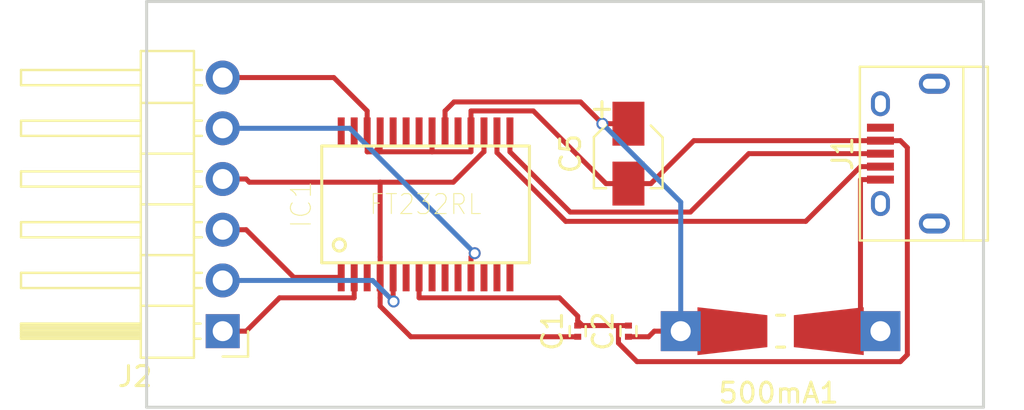
<source format=kicad_pcb>
(kicad_pcb (version 4) (host pcbnew 4.0.7)

  (general
    (links 24)
    (no_connects 0)
    (area 108.152142 72.314999 159.755 93.0738)
    (thickness 1.6)
    (drawings 4)
    (tracks 98)
    (zones 0)
    (modules 7)
    (nets 24)
  )

  (page A4)
  (layers
    (0 F.Cu signal)
    (31 B.Cu signal)
    (32 B.Adhes user)
    (33 F.Adhes user)
    (34 B.Paste user)
    (35 F.Paste user)
    (36 B.SilkS user)
    (37 F.SilkS user)
    (38 B.Mask user)
    (39 F.Mask user)
    (40 Dwgs.User user)
    (41 Cmts.User user)
    (42 Eco1.User user)
    (43 Eco2.User user)
    (44 Edge.Cuts user)
    (45 Margin user)
    (46 B.CrtYd user)
    (47 F.CrtYd user)
    (48 B.Fab user)
    (49 F.Fab user)
  )

  (setup
    (last_trace_width 0.25)
    (trace_clearance 0.2)
    (zone_clearance 0.508)
    (zone_45_only no)
    (trace_min 0.2)
    (segment_width 0.2)
    (edge_width 0.15)
    (via_size 0.6)
    (via_drill 0.4)
    (via_min_size 0.4)
    (via_min_drill 0.3)
    (uvia_size 0.3)
    (uvia_drill 0.1)
    (uvias_allowed no)
    (uvia_min_size 0.2)
    (uvia_min_drill 0.1)
    (pcb_text_width 0.3)
    (pcb_text_size 1.5 1.5)
    (mod_edge_width 0.15)
    (mod_text_size 1 1)
    (mod_text_width 0.15)
    (pad_size 1.524 1.524)
    (pad_drill 0.762)
    (pad_to_mask_clearance 0.2)
    (aux_axis_origin 0 0)
    (visible_elements 7FFFFFFF)
    (pcbplotparams
      (layerselection 0x00030_80000001)
      (usegerberextensions false)
      (excludeedgelayer true)
      (linewidth 0.100000)
      (plotframeref false)
      (viasonmask false)
      (mode 1)
      (useauxorigin false)
      (hpglpennumber 1)
      (hpglpenspeed 20)
      (hpglpendiameter 15)
      (hpglpenoverlay 2)
      (psnegative false)
      (psa4output false)
      (plotreference true)
      (plotvalue true)
      (plotinvisibletext false)
      (padsonsilk false)
      (subtractmaskfromsilk false)
      (outputformat 1)
      (mirror false)
      (drillshape 1)
      (scaleselection 1)
      (outputdirectory ""))
  )

  (net 0 "")
  (net 1 "Net-(500mA1-Pad1)")
  (net 2 "Net-(500mA1-Pad2)")
  (net 3 "Net-(C1-Pad1)")
  (net 4 Earth)
  (net 5 "Net-(IC1-Pad28)")
  (net 6 "Net-(IC1-Pad27)")
  (net 7 "Net-(IC1-Pad23)")
  (net 8 "Net-(IC1-Pad22)")
  (net 9 "Net-(IC1-Pad19)")
  (net 10 "Net-(IC1-Pad16)")
  (net 11 "Net-(IC1-Pad15)")
  (net 12 "Net-(IC1-Pad1)")
  (net 13 "Net-(IC1-Pad2)")
  (net 14 "Net-(IC1-Pad3)")
  (net 15 "Net-(IC1-Pad5)")
  (net 16 "Net-(IC1-Pad6)")
  (net 17 "Net-(IC1-Pad9)")
  (net 18 "Net-(IC1-Pad10)")
  (net 19 "Net-(IC1-Pad11)")
  (net 20 "Net-(IC1-Pad12)")
  (net 21 "Net-(IC1-Pad13)")
  (net 22 "Net-(IC1-Pad14)")
  (net 23 "Net-(J1-Pad5)")

  (net_class Default "This is the default net class."
    (clearance 0.2)
    (trace_width 0.25)
    (via_dia 0.6)
    (via_drill 0.4)
    (uvia_dia 0.3)
    (uvia_drill 0.1)
    (add_net Earth)
    (add_net "Net-(500mA1-Pad1)")
    (add_net "Net-(500mA1-Pad2)")
    (add_net "Net-(C1-Pad1)")
    (add_net "Net-(IC1-Pad1)")
    (add_net "Net-(IC1-Pad10)")
    (add_net "Net-(IC1-Pad11)")
    (add_net "Net-(IC1-Pad12)")
    (add_net "Net-(IC1-Pad13)")
    (add_net "Net-(IC1-Pad14)")
    (add_net "Net-(IC1-Pad15)")
    (add_net "Net-(IC1-Pad16)")
    (add_net "Net-(IC1-Pad19)")
    (add_net "Net-(IC1-Pad2)")
    (add_net "Net-(IC1-Pad22)")
    (add_net "Net-(IC1-Pad23)")
    (add_net "Net-(IC1-Pad27)")
    (add_net "Net-(IC1-Pad28)")
    (add_net "Net-(IC1-Pad3)")
    (add_net "Net-(IC1-Pad5)")
    (add_net "Net-(IC1-Pad6)")
    (add_net "Net-(IC1-Pad9)")
    (add_net "Net-(J1-Pad5)")
  )

  (module Resistors_Universal:Resistor_SMD+THTuniversal_0805to1206_RM10_HandSoldering (layer F.Cu) (tedit 0) (tstamp 5A8439CB)
    (at 147.32 88.9 180)
    (descr "Resistor, SMD and THT, universal, 0805 to 1206,RM10,  Hand soldering,")
    (tags "Resistor, SMD and THT, universal, 0805 to 1206, RM10, Hand soldering,")
    (path /5A8404D2)
    (fp_text reference 500mA1 (at 0.09906 -3.0988 180) (layer F.SilkS)
      (effects (font (size 1 1) (thickness 0.15)))
    )
    (fp_text value Polyfuse (at -0.39878 4.20116 180) (layer F.Fab)
      (effects (font (size 1 1) (thickness 0.15)))
    )
    (fp_line (start 0 0.8001) (end 0.20066 0.8001) (layer F.SilkS) (width 0.15))
    (fp_line (start 0 0.8001) (end -0.20066 0.8001) (layer F.SilkS) (width 0.15))
    (fp_line (start -0.09906 -0.8001) (end -0.20066 -0.8001) (layer F.SilkS) (width 0.15))
    (fp_line (start -0.20066 -0.8001) (end 0.20066 -0.8001) (layer F.SilkS) (width 0.15))
    (pad 1 smd trapezoid (at -2.413 0 180) (size 3.50012 1.99898) (rect_delta 0.39878 0 ) (layers F.Cu F.Paste F.Mask)
      (net 1 "Net-(500mA1-Pad1)"))
    (pad 2 smd trapezoid (at 2.413 0) (size 3.50012 1.99898) (rect_delta 0.39878 0 ) (layers F.Cu F.Paste F.Mask)
      (net 2 "Net-(500mA1-Pad2)"))
    (pad 1 thru_hole rect (at -5.00126 0) (size 1.99898 1.99898) (drill 1.00076) (layers *.Cu *.Mask)
      (net 1 "Net-(500mA1-Pad1)"))
    (pad 2 thru_hole rect (at 5.00126 0) (size 1.99898 1.99898) (drill 1.00076) (layers *.Cu *.Mask)
      (net 2 "Net-(500mA1-Pad2)"))
  )

  (module Capacitors_SMD:C_0201 (layer F.Cu) (tedit 58AA83DF) (tstamp 5A8439D1)
    (at 137.16 88.9 90)
    (descr "Capacitor SMD 0201, reflow soldering, AVX (see smccp.pdf)")
    (tags "capacitor 0201")
    (path /5A841482)
    (attr smd)
    (fp_text reference C1 (at 0 -1.27 90) (layer F.SilkS)
      (effects (font (size 1 1) (thickness 0.15)))
    )
    (fp_text value 0.1uF (at 0 1.27 90) (layer F.Fab)
      (effects (font (size 1 1) (thickness 0.15)))
    )
    (fp_text user %R (at 0 -1.27 90) (layer F.Fab)
      (effects (font (size 1 1) (thickness 0.15)))
    )
    (fp_line (start -0.3 0.15) (end -0.3 -0.15) (layer F.Fab) (width 0.1))
    (fp_line (start 0.3 0.15) (end -0.3 0.15) (layer F.Fab) (width 0.1))
    (fp_line (start 0.3 -0.15) (end 0.3 0.15) (layer F.Fab) (width 0.1))
    (fp_line (start -0.3 -0.15) (end 0.3 -0.15) (layer F.Fab) (width 0.1))
    (fp_line (start 0.25 0.4) (end -0.25 0.4) (layer F.SilkS) (width 0.12))
    (fp_line (start -0.25 -0.4) (end 0.25 -0.4) (layer F.SilkS) (width 0.12))
    (fp_line (start -0.58 -0.33) (end 0.58 -0.33) (layer F.CrtYd) (width 0.05))
    (fp_line (start -0.58 -0.33) (end -0.58 0.32) (layer F.CrtYd) (width 0.05))
    (fp_line (start 0.58 0.32) (end 0.58 -0.33) (layer F.CrtYd) (width 0.05))
    (fp_line (start 0.58 0.32) (end -0.58 0.32) (layer F.CrtYd) (width 0.05))
    (pad 1 smd rect (at -0.28 0 90) (size 0.3 0.35) (layers F.Cu F.Paste F.Mask)
      (net 3 "Net-(C1-Pad1)"))
    (pad 2 smd rect (at 0.28 0 90) (size 0.3 0.35) (layers F.Cu F.Paste F.Mask)
      (net 4 Earth))
    (model Capacitors_SMD.3dshapes/C_0201.wrl
      (at (xyz 0 0 0))
      (scale (xyz 1 1 1))
      (rotate (xyz 0 0 0))
    )
  )

  (module Capacitors_SMD:C_0201 (layer F.Cu) (tedit 58AA83DF) (tstamp 5A8439D7)
    (at 139.7 88.9 90)
    (descr "Capacitor SMD 0201, reflow soldering, AVX (see smccp.pdf)")
    (tags "capacitor 0201")
    (path /5A8417A4)
    (attr smd)
    (fp_text reference C2 (at 0 -1.27 90) (layer F.SilkS)
      (effects (font (size 1 1) (thickness 0.15)))
    )
    (fp_text value 0.1uF (at 0 1.27 90) (layer F.Fab)
      (effects (font (size 1 1) (thickness 0.15)))
    )
    (fp_text user %R (at 0 -1.27 90) (layer F.Fab)
      (effects (font (size 1 1) (thickness 0.15)))
    )
    (fp_line (start -0.3 0.15) (end -0.3 -0.15) (layer F.Fab) (width 0.1))
    (fp_line (start 0.3 0.15) (end -0.3 0.15) (layer F.Fab) (width 0.1))
    (fp_line (start 0.3 -0.15) (end 0.3 0.15) (layer F.Fab) (width 0.1))
    (fp_line (start -0.3 -0.15) (end 0.3 -0.15) (layer F.Fab) (width 0.1))
    (fp_line (start 0.25 0.4) (end -0.25 0.4) (layer F.SilkS) (width 0.12))
    (fp_line (start -0.25 -0.4) (end 0.25 -0.4) (layer F.SilkS) (width 0.12))
    (fp_line (start -0.58 -0.33) (end 0.58 -0.33) (layer F.CrtYd) (width 0.05))
    (fp_line (start -0.58 -0.33) (end -0.58 0.32) (layer F.CrtYd) (width 0.05))
    (fp_line (start 0.58 0.32) (end 0.58 -0.33) (layer F.CrtYd) (width 0.05))
    (fp_line (start 0.58 0.32) (end -0.58 0.32) (layer F.CrtYd) (width 0.05))
    (pad 1 smd rect (at -0.28 0 90) (size 0.3 0.35) (layers F.Cu F.Paste F.Mask)
      (net 2 "Net-(500mA1-Pad2)"))
    (pad 2 smd rect (at 0.28 0 90) (size 0.3 0.35) (layers F.Cu F.Paste F.Mask)
      (net 4 Earth))
    (model Capacitors_SMD.3dshapes/C_0201.wrl
      (at (xyz 0 0 0))
      (scale (xyz 1 1 1))
      (rotate (xyz 0 0 0))
    )
  )

  (module Capacitors_SMD:CP_Elec_3x5.3 (layer F.Cu) (tedit 58AA85CF) (tstamp 5A8439DD)
    (at 139.7 80.01 270)
    (descr "SMT capacitor, aluminium electrolytic, 3x5.3")
    (path /5A8417DF)
    (attr smd)
    (fp_text reference C5 (at 0 2.9 270) (layer F.SilkS)
      (effects (font (size 1 1) (thickness 0.15)))
    )
    (fp_text value 10uF (at -0.03 -2.9 270) (layer F.Fab)
      (effects (font (size 1 1) (thickness 0.15)))
    )
    (fp_circle (center 0 0) (end 0.3 1.5) (layer F.Fab) (width 0.1))
    (fp_text user + (at -0.94 -0.08 270) (layer F.Fab)
      (effects (font (size 1 1) (thickness 0.15)))
    )
    (fp_text user + (at -2.22 1.4 270) (layer F.SilkS)
      (effects (font (size 1 1) (thickness 0.15)))
    )
    (fp_text user %R (at 0 2.9 270) (layer F.Fab)
      (effects (font (size 1 1) (thickness 0.15)))
    )
    (fp_line (start -1.56 -0.75) (end -1.56 0.77) (layer F.Fab) (width 0.1))
    (fp_line (start -0.75 -1.56) (end -1.56 -0.75) (layer F.Fab) (width 0.1))
    (fp_line (start -0.76 1.57) (end -1.56 0.77) (layer F.Fab) (width 0.1))
    (fp_line (start 1.57 1.57) (end 1.57 -1.56) (layer F.Fab) (width 0.1))
    (fp_line (start 1.56 1.57) (end -0.76 1.57) (layer F.Fab) (width 0.1))
    (fp_line (start 1.57 -1.56) (end -0.75 -1.56) (layer F.Fab) (width 0.1))
    (fp_line (start -0.83 1.73) (end -1.44 1.12) (layer F.SilkS) (width 0.12))
    (fp_line (start 1.73 1.73) (end 1.73 1.12) (layer F.SilkS) (width 0.12))
    (fp_line (start -0.81 -1.71) (end -1.41 -1.12) (layer F.SilkS) (width 0.12))
    (fp_line (start 1.73 -1.71) (end 1.73 -1.12) (layer F.SilkS) (width 0.12))
    (fp_line (start -0.83 1.73) (end 1.71 1.73) (layer F.SilkS) (width 0.12))
    (fp_line (start 1.73 -1.71) (end -0.81 -1.71) (layer F.SilkS) (width 0.12))
    (fp_line (start -2.85 -1.82) (end 2.85 -1.82) (layer F.CrtYd) (width 0.05))
    (fp_line (start -2.85 -1.82) (end -2.85 1.82) (layer F.CrtYd) (width 0.05))
    (fp_line (start 2.85 1.82) (end 2.85 -1.82) (layer F.CrtYd) (width 0.05))
    (fp_line (start 2.85 1.82) (end -2.85 1.82) (layer F.CrtYd) (width 0.05))
    (pad 2 smd rect (at 1.5 0 270) (size 2.2 1.6) (layers F.Cu F.Paste F.Mask)
      (net 4 Earth))
    (pad 1 smd rect (at -1.5 0 270) (size 2.2 1.6) (layers F.Cu F.Paste F.Mask)
      (net 2 "Net-(500mA1-Pad2)"))
    (model Capacitors_SMD.3dshapes/CP_Elec_3x5.3.wrl
      (at (xyz 0 0 0))
      (scale (xyz 1 1 1))
      (rotate (xyz 0 0 180))
    )
  )

  (module FT232RL:SSOP28-LD (layer F.Cu) (tedit 0) (tstamp 5A8439FD)
    (at 129.54 82.55)
    (path /5A8400E6)
    (attr smd)
    (fp_text reference IC1 (at -6.23009 0 90) (layer F.SilkS)
      (effects (font (size 1.00114 1.00114) (thickness 0.05)))
    )
    (fp_text value FT232RL (at 0 0) (layer F.SilkS)
      (effects (font (size 1 0.9) (thickness 0.05)))
    )
    (fp_line (start -5.2 -2.925) (end 5.2 -2.925) (layer F.SilkS) (width 0.1524))
    (fp_line (start 5.2 -2.925) (end 5.2 2.925) (layer F.SilkS) (width 0.1524))
    (fp_line (start 5.2 2.925) (end -5.2 2.925) (layer F.SilkS) (width 0.1524))
    (fp_line (start -5.2 2.925) (end -5.2 -2.925) (layer F.SilkS) (width 0.1524))
    (fp_circle (center -4.318 2.032) (end -4.0132 2.032) (layer F.SilkS) (width 0.1524))
    (fp_poly (pts (xy -4.39528 -3.9) (xy -4.0625 -3.9) (xy -4.0625 -2.97086) (xy -4.39528 -2.97086)) (layer Dwgs.User) (width 0.381))
    (fp_poly (pts (xy -4.3925 2.9656) (xy -4.0625 2.9656) (xy -4.0625 3.90445) (xy -4.3925 3.90445)) (layer Dwgs.User) (width 0.381))
    (fp_poly (pts (xy -3.74758 2.9656) (xy -3.4125 2.9656) (xy -3.4125 3.91051) (xy -3.74758 3.91051)) (layer Dwgs.User) (width 0.381))
    (fp_poly (pts (xy -3.0911 2.9656) (xy -2.7625 2.9656) (xy -2.7625 3.90455) (xy -3.0911 3.90455)) (layer Dwgs.User) (width 0.381))
    (fp_poly (pts (xy -3.74566 -3.9) (xy -3.4125 -3.9) (xy -3.4125 -2.97207) (xy -3.74566 -2.97207)) (layer Dwgs.User) (width 0.381))
    (fp_poly (pts (xy -3.0927 -3.9) (xy -2.7625 -3.9) (xy -2.7625 -2.9706) (xy -3.0927 -2.9706)) (layer Dwgs.User) (width 0.381))
    (fp_poly (pts (xy -2.44268 -3.9) (xy -2.1125 -3.9) (xy -2.1125 -2.9719) (xy -2.44268 -2.9719)) (layer Dwgs.User) (width 0.381))
    (fp_poly (pts (xy -1.79106 -3.9) (xy -1.4625 -3.9) (xy -1.4625 -2.9715) (xy -1.79106 -2.9715)) (layer Dwgs.User) (width 0.381))
    (fp_poly (pts (xy -1.13947 -3.9) (xy -0.8125 -3.9) (xy -0.8125 -2.97074) (xy -1.13947 -2.97074)) (layer Dwgs.User) (width 0.381))
    (fp_poly (pts (xy -0.489225 -3.9) (xy -0.1625 -3.9) (xy -0.1625 -2.9761) (xy -0.489225 -2.9761)) (layer Dwgs.User) (width 0.381))
    (fp_poly (pts (xy 0.162841 -3.9) (xy 0.4875 -3.9) (xy 0.4875 -2.97183) (xy 0.162841 -2.97183)) (layer Dwgs.User) (width 0.381))
    (fp_poly (pts (xy 0.813649 -3.9) (xy 1.1375 -3.9) (xy 1.1375 -2.9698) (xy 0.813649 -2.9698)) (layer Dwgs.User) (width 0.381))
    (fp_poly (pts (xy 1.46534 -3.9) (xy 1.7875 -3.9) (xy 1.7875 -2.97136) (xy 1.46534 -2.97136)) (layer Dwgs.User) (width 0.381))
    (fp_poly (pts (xy 2.11766 -3.9) (xy 2.4375 -3.9) (xy 2.4375 -2.97284) (xy 2.11766 -2.97284)) (layer Dwgs.User) (width 0.381))
    (fp_poly (pts (xy 2.77031 -3.9) (xy 3.0875 -3.9) (xy 3.0875 -2.97399) (xy 2.77031 -2.97399)) (layer Dwgs.User) (width 0.381))
    (fp_poly (pts (xy 3.41533 -3.9) (xy 3.7375 -3.9) (xy 3.7375 -2.96806) (xy 3.41533 -2.96806)) (layer Dwgs.User) (width 0.381))
    (fp_poly (pts (xy 4.07228 -3.9) (xy 4.3875 -3.9) (xy 4.3875 -2.97274) (xy 4.07228 -2.97274)) (layer Dwgs.User) (width 0.381))
    (fp_poly (pts (xy -2.44112 2.9656) (xy -2.1125 2.9656) (xy -2.1125 3.90578) (xy -2.44112 3.90578)) (layer Dwgs.User) (width 0.381))
    (fp_poly (pts (xy -1.79033 2.9656) (xy -1.4625 2.9656) (xy -1.4625 3.90618) (xy -1.79033 3.90618)) (layer Dwgs.User) (width 0.381))
    (fp_poly (pts (xy -1.13986 2.9656) (xy -0.8125 2.9656) (xy -0.8125 3.90809) (xy -1.13986 3.90809)) (layer Dwgs.User) (width 0.381))
    (fp_poly (pts (xy -0.488926 2.9656) (xy -0.1625 2.9656) (xy -0.1625 3.91141) (xy -0.488926 3.91141)) (layer Dwgs.User) (width 0.381))
    (fp_poly (pts (xy 0.162826 2.9656) (xy 0.4875 2.9656) (xy 0.4875 3.90784) (xy 0.162826 3.90784)) (layer Dwgs.User) (width 0.381))
    (fp_poly (pts (xy 0.814154 2.9656) (xy 1.1375 2.9656) (xy 1.1375 3.90794) (xy 0.814154 3.90794)) (layer Dwgs.User) (width 0.381))
    (fp_poly (pts (xy 1.4634 2.9656) (xy 1.7875 2.9656) (xy 1.7875 3.90241) (xy 1.4634 3.90241)) (layer Dwgs.User) (width 0.381))
    (fp_poly (pts (xy 2.11666 2.9656) (xy 2.4375 2.9656) (xy 2.4375 3.90768) (xy 2.11666 3.90768)) (layer Dwgs.User) (width 0.381))
    (fp_poly (pts (xy 2.76703 2.9656) (xy 3.0875 2.9656) (xy 3.0875 3.90639) (xy 2.76703 3.90639)) (layer Dwgs.User) (width 0.381))
    (fp_poly (pts (xy 3.4135 2.9656) (xy 3.7375 2.9656) (xy 3.7375 3.90115) (xy 3.4135 3.90115)) (layer Dwgs.User) (width 0.381))
    (fp_poly (pts (xy 4.06978 2.9656) (xy 4.3875 2.9656) (xy 4.3875 3.90699) (xy 4.06978 3.90699)) (layer Dwgs.User) (width 0.381))
    (pad 28 smd rect (at -4.225 -3.656) (size 0.348 1.397) (layers F.Cu F.Paste F.Mask)
      (net 5 "Net-(IC1-Pad28)"))
    (pad 27 smd rect (at -3.575 -3.656) (size 0.348 1.397) (layers F.Cu F.Paste F.Mask)
      (net 6 "Net-(IC1-Pad27)"))
    (pad 26 smd rect (at -2.925 -3.656) (size 0.348 1.397) (layers F.Cu F.Paste F.Mask)
      (net 4 Earth))
    (pad 25 smd rect (at -2.275 -3.656) (size 0.348 1.397) (layers F.Cu F.Paste F.Mask)
      (net 4 Earth))
    (pad 24 smd rect (at -1.625 -3.656) (size 0.348 1.397) (layers F.Cu F.Paste F.Mask))
    (pad 23 smd rect (at -0.975 -3.656) (size 0.348 1.397) (layers F.Cu F.Paste F.Mask)
      (net 7 "Net-(IC1-Pad23)"))
    (pad 22 smd rect (at -0.325 -3.656) (size 0.348 1.397) (layers F.Cu F.Paste F.Mask)
      (net 8 "Net-(IC1-Pad22)"))
    (pad 20 smd rect (at 0.975 -3.656) (size 0.348 1.397) (layers F.Cu F.Paste F.Mask)
      (net 2 "Net-(500mA1-Pad2)"))
    (pad 21 smd rect (at 0.325 -3.656) (size 0.348 1.397) (layers F.Cu F.Paste F.Mask)
      (net 4 Earth))
    (pad 19 smd rect (at 1.625 -3.656) (size 0.348 1.397) (layers F.Cu F.Paste F.Mask)
      (net 9 "Net-(IC1-Pad19)"))
    (pad 18 smd rect (at 2.275 -3.656) (size 0.348 1.397) (layers F.Cu F.Paste F.Mask)
      (net 4 Earth))
    (pad 17 smd rect (at 2.925 -3.656) (size 0.348 1.397) (layers F.Cu F.Paste F.Mask)
      (net 3 "Net-(C1-Pad1)"))
    (pad 16 smd rect (at 3.575 -3.656) (size 0.348 1.397) (layers F.Cu F.Paste F.Mask)
      (net 10 "Net-(IC1-Pad16)"))
    (pad 15 smd rect (at 4.225 -3.656) (size 0.348 1.397) (layers F.Cu F.Paste F.Mask)
      (net 11 "Net-(IC1-Pad15)"))
    (pad 1 smd rect (at -4.225 3.656) (size 0.348 1.397) (layers F.Cu F.Paste F.Mask)
      (net 12 "Net-(IC1-Pad1)"))
    (pad 2 smd rect (at -3.575 3.656) (size 0.348 1.397) (layers F.Cu F.Paste F.Mask)
      (net 13 "Net-(IC1-Pad2)"))
    (pad 3 smd rect (at -2.925 3.656) (size 0.348 1.397) (layers F.Cu F.Paste F.Mask)
      (net 14 "Net-(IC1-Pad3)"))
    (pad 4 smd rect (at -2.275 3.656) (size 0.348 1.397) (layers F.Cu F.Paste F.Mask)
      (net 3 "Net-(C1-Pad1)"))
    (pad 5 smd rect (at -1.625 3.656) (size 0.348 1.397) (layers F.Cu F.Paste F.Mask)
      (net 15 "Net-(IC1-Pad5)"))
    (pad 6 smd rect (at -0.975 3.656) (size 0.348 1.397) (layers F.Cu F.Paste F.Mask)
      (net 16 "Net-(IC1-Pad6)"))
    (pad 7 smd rect (at -0.325 3.656) (size 0.348 1.397) (layers F.Cu F.Paste F.Mask)
      (net 4 Earth))
    (pad 8 smd rect (at 0.325 3.656) (size 0.348 1.397) (layers F.Cu F.Paste F.Mask))
    (pad 9 smd rect (at 0.975 3.656) (size 0.348 1.397) (layers F.Cu F.Paste F.Mask)
      (net 17 "Net-(IC1-Pad9)"))
    (pad 10 smd rect (at 1.625 3.656) (size 0.348 1.397) (layers F.Cu F.Paste F.Mask)
      (net 18 "Net-(IC1-Pad10)"))
    (pad 11 smd rect (at 2.275 3.656) (size 0.348 1.397) (layers F.Cu F.Paste F.Mask)
      (net 19 "Net-(IC1-Pad11)"))
    (pad 12 smd rect (at 2.925 3.656) (size 0.348 1.397) (layers F.Cu F.Paste F.Mask)
      (net 20 "Net-(IC1-Pad12)"))
    (pad 13 smd rect (at 3.575 3.656) (size 0.348 1.397) (layers F.Cu F.Paste F.Mask)
      (net 21 "Net-(IC1-Pad13)"))
    (pad 14 smd rect (at 4.225 3.656) (size 0.348 1.397) (layers F.Cu F.Paste F.Mask)
      (net 22 "Net-(IC1-Pad14)"))
  )

  (module Connectors:USB_Micro-B (layer F.Cu) (tedit 5543E447) (tstamp 5A843A0A)
    (at 153.67 80.01 90)
    (descr "Micro USB Type B Receptacle")
    (tags "USB USB_B USB_micro USB_OTG")
    (path /5A8406CE)
    (attr smd)
    (fp_text reference J1 (at 0 -3.24 90) (layer F.SilkS)
      (effects (font (size 1 1) (thickness 0.15)))
    )
    (fp_text value USB_A (at 0 5.01 90) (layer F.Fab)
      (effects (font (size 1 1) (thickness 0.15)))
    )
    (fp_line (start -4.6 -2.59) (end 4.6 -2.59) (layer F.CrtYd) (width 0.05))
    (fp_line (start 4.6 -2.59) (end 4.6 4.26) (layer F.CrtYd) (width 0.05))
    (fp_line (start 4.6 4.26) (end -4.6 4.26) (layer F.CrtYd) (width 0.05))
    (fp_line (start -4.6 4.26) (end -4.6 -2.59) (layer F.CrtYd) (width 0.05))
    (fp_line (start -4.35 4.03) (end 4.35 4.03) (layer F.SilkS) (width 0.12))
    (fp_line (start -4.35 -2.38) (end 4.35 -2.38) (layer F.SilkS) (width 0.12))
    (fp_line (start 4.35 -2.38) (end 4.35 4.03) (layer F.SilkS) (width 0.12))
    (fp_line (start 4.35 2.8) (end -4.35 2.8) (layer F.SilkS) (width 0.12))
    (fp_line (start -4.35 4.03) (end -4.35 -2.38) (layer F.SilkS) (width 0.12))
    (pad 1 smd rect (at -1.3 -1.35 180) (size 1.35 0.4) (layers F.Cu F.Paste F.Mask)
      (net 1 "Net-(500mA1-Pad1)"))
    (pad 2 smd rect (at -0.65 -1.35 180) (size 1.35 0.4) (layers F.Cu F.Paste F.Mask)
      (net 10 "Net-(IC1-Pad16)"))
    (pad 3 smd rect (at 0 -1.35 180) (size 1.35 0.4) (layers F.Cu F.Paste F.Mask)
      (net 11 "Net-(IC1-Pad15)"))
    (pad 4 smd rect (at 0.65 -1.35 180) (size 1.35 0.4) (layers F.Cu F.Paste F.Mask)
      (net 4 Earth))
    (pad 5 smd rect (at 1.3 -1.35 180) (size 1.35 0.4) (layers F.Cu F.Paste F.Mask)
      (net 23 "Net-(J1-Pad5)"))
    (pad 6 thru_hole oval (at -2.5 -1.35 180) (size 0.95 1.25) (drill oval 0.55 0.85) (layers *.Cu *.Mask))
    (pad 6 thru_hole oval (at 2.5 -1.35 180) (size 0.95 1.25) (drill oval 0.55 0.85) (layers *.Cu *.Mask))
    (pad 6 thru_hole oval (at -3.5 1.35 180) (size 1.55 1) (drill oval 1.15 0.5) (layers *.Cu *.Mask))
    (pad 6 thru_hole oval (at 3.5 1.35 180) (size 1.55 1) (drill oval 1.15 0.5) (layers *.Cu *.Mask))
  )

  (module Pin_Headers:Pin_Header_Angled_1x06_Pitch2.54mm (layer F.Cu) (tedit 59650532) (tstamp 5A843C9A)
    (at 119.38 88.9 180)
    (descr "Through hole angled pin header, 1x06, 2.54mm pitch, 6mm pin length, single row")
    (tags "Through hole angled pin header THT 1x06 2.54mm single row")
    (path /5A843BC3)
    (fp_text reference J2 (at 4.385 -2.27 180) (layer F.SilkS)
      (effects (font (size 1 1) (thickness 0.15)))
    )
    (fp_text value Conn_01x06_Male (at 4.385 14.97 180) (layer F.Fab)
      (effects (font (size 1 1) (thickness 0.15)))
    )
    (fp_line (start 2.135 -1.27) (end 4.04 -1.27) (layer F.Fab) (width 0.1))
    (fp_line (start 4.04 -1.27) (end 4.04 13.97) (layer F.Fab) (width 0.1))
    (fp_line (start 4.04 13.97) (end 1.5 13.97) (layer F.Fab) (width 0.1))
    (fp_line (start 1.5 13.97) (end 1.5 -0.635) (layer F.Fab) (width 0.1))
    (fp_line (start 1.5 -0.635) (end 2.135 -1.27) (layer F.Fab) (width 0.1))
    (fp_line (start -0.32 -0.32) (end 1.5 -0.32) (layer F.Fab) (width 0.1))
    (fp_line (start -0.32 -0.32) (end -0.32 0.32) (layer F.Fab) (width 0.1))
    (fp_line (start -0.32 0.32) (end 1.5 0.32) (layer F.Fab) (width 0.1))
    (fp_line (start 4.04 -0.32) (end 10.04 -0.32) (layer F.Fab) (width 0.1))
    (fp_line (start 10.04 -0.32) (end 10.04 0.32) (layer F.Fab) (width 0.1))
    (fp_line (start 4.04 0.32) (end 10.04 0.32) (layer F.Fab) (width 0.1))
    (fp_line (start -0.32 2.22) (end 1.5 2.22) (layer F.Fab) (width 0.1))
    (fp_line (start -0.32 2.22) (end -0.32 2.86) (layer F.Fab) (width 0.1))
    (fp_line (start -0.32 2.86) (end 1.5 2.86) (layer F.Fab) (width 0.1))
    (fp_line (start 4.04 2.22) (end 10.04 2.22) (layer F.Fab) (width 0.1))
    (fp_line (start 10.04 2.22) (end 10.04 2.86) (layer F.Fab) (width 0.1))
    (fp_line (start 4.04 2.86) (end 10.04 2.86) (layer F.Fab) (width 0.1))
    (fp_line (start -0.32 4.76) (end 1.5 4.76) (layer F.Fab) (width 0.1))
    (fp_line (start -0.32 4.76) (end -0.32 5.4) (layer F.Fab) (width 0.1))
    (fp_line (start -0.32 5.4) (end 1.5 5.4) (layer F.Fab) (width 0.1))
    (fp_line (start 4.04 4.76) (end 10.04 4.76) (layer F.Fab) (width 0.1))
    (fp_line (start 10.04 4.76) (end 10.04 5.4) (layer F.Fab) (width 0.1))
    (fp_line (start 4.04 5.4) (end 10.04 5.4) (layer F.Fab) (width 0.1))
    (fp_line (start -0.32 7.3) (end 1.5 7.3) (layer F.Fab) (width 0.1))
    (fp_line (start -0.32 7.3) (end -0.32 7.94) (layer F.Fab) (width 0.1))
    (fp_line (start -0.32 7.94) (end 1.5 7.94) (layer F.Fab) (width 0.1))
    (fp_line (start 4.04 7.3) (end 10.04 7.3) (layer F.Fab) (width 0.1))
    (fp_line (start 10.04 7.3) (end 10.04 7.94) (layer F.Fab) (width 0.1))
    (fp_line (start 4.04 7.94) (end 10.04 7.94) (layer F.Fab) (width 0.1))
    (fp_line (start -0.32 9.84) (end 1.5 9.84) (layer F.Fab) (width 0.1))
    (fp_line (start -0.32 9.84) (end -0.32 10.48) (layer F.Fab) (width 0.1))
    (fp_line (start -0.32 10.48) (end 1.5 10.48) (layer F.Fab) (width 0.1))
    (fp_line (start 4.04 9.84) (end 10.04 9.84) (layer F.Fab) (width 0.1))
    (fp_line (start 10.04 9.84) (end 10.04 10.48) (layer F.Fab) (width 0.1))
    (fp_line (start 4.04 10.48) (end 10.04 10.48) (layer F.Fab) (width 0.1))
    (fp_line (start -0.32 12.38) (end 1.5 12.38) (layer F.Fab) (width 0.1))
    (fp_line (start -0.32 12.38) (end -0.32 13.02) (layer F.Fab) (width 0.1))
    (fp_line (start -0.32 13.02) (end 1.5 13.02) (layer F.Fab) (width 0.1))
    (fp_line (start 4.04 12.38) (end 10.04 12.38) (layer F.Fab) (width 0.1))
    (fp_line (start 10.04 12.38) (end 10.04 13.02) (layer F.Fab) (width 0.1))
    (fp_line (start 4.04 13.02) (end 10.04 13.02) (layer F.Fab) (width 0.1))
    (fp_line (start 1.44 -1.33) (end 1.44 14.03) (layer F.SilkS) (width 0.12))
    (fp_line (start 1.44 14.03) (end 4.1 14.03) (layer F.SilkS) (width 0.12))
    (fp_line (start 4.1 14.03) (end 4.1 -1.33) (layer F.SilkS) (width 0.12))
    (fp_line (start 4.1 -1.33) (end 1.44 -1.33) (layer F.SilkS) (width 0.12))
    (fp_line (start 4.1 -0.38) (end 10.1 -0.38) (layer F.SilkS) (width 0.12))
    (fp_line (start 10.1 -0.38) (end 10.1 0.38) (layer F.SilkS) (width 0.12))
    (fp_line (start 10.1 0.38) (end 4.1 0.38) (layer F.SilkS) (width 0.12))
    (fp_line (start 4.1 -0.32) (end 10.1 -0.32) (layer F.SilkS) (width 0.12))
    (fp_line (start 4.1 -0.2) (end 10.1 -0.2) (layer F.SilkS) (width 0.12))
    (fp_line (start 4.1 -0.08) (end 10.1 -0.08) (layer F.SilkS) (width 0.12))
    (fp_line (start 4.1 0.04) (end 10.1 0.04) (layer F.SilkS) (width 0.12))
    (fp_line (start 4.1 0.16) (end 10.1 0.16) (layer F.SilkS) (width 0.12))
    (fp_line (start 4.1 0.28) (end 10.1 0.28) (layer F.SilkS) (width 0.12))
    (fp_line (start 1.11 -0.38) (end 1.44 -0.38) (layer F.SilkS) (width 0.12))
    (fp_line (start 1.11 0.38) (end 1.44 0.38) (layer F.SilkS) (width 0.12))
    (fp_line (start 1.44 1.27) (end 4.1 1.27) (layer F.SilkS) (width 0.12))
    (fp_line (start 4.1 2.16) (end 10.1 2.16) (layer F.SilkS) (width 0.12))
    (fp_line (start 10.1 2.16) (end 10.1 2.92) (layer F.SilkS) (width 0.12))
    (fp_line (start 10.1 2.92) (end 4.1 2.92) (layer F.SilkS) (width 0.12))
    (fp_line (start 1.042929 2.16) (end 1.44 2.16) (layer F.SilkS) (width 0.12))
    (fp_line (start 1.042929 2.92) (end 1.44 2.92) (layer F.SilkS) (width 0.12))
    (fp_line (start 1.44 3.81) (end 4.1 3.81) (layer F.SilkS) (width 0.12))
    (fp_line (start 4.1 4.7) (end 10.1 4.7) (layer F.SilkS) (width 0.12))
    (fp_line (start 10.1 4.7) (end 10.1 5.46) (layer F.SilkS) (width 0.12))
    (fp_line (start 10.1 5.46) (end 4.1 5.46) (layer F.SilkS) (width 0.12))
    (fp_line (start 1.042929 4.7) (end 1.44 4.7) (layer F.SilkS) (width 0.12))
    (fp_line (start 1.042929 5.46) (end 1.44 5.46) (layer F.SilkS) (width 0.12))
    (fp_line (start 1.44 6.35) (end 4.1 6.35) (layer F.SilkS) (width 0.12))
    (fp_line (start 4.1 7.24) (end 10.1 7.24) (layer F.SilkS) (width 0.12))
    (fp_line (start 10.1 7.24) (end 10.1 8) (layer F.SilkS) (width 0.12))
    (fp_line (start 10.1 8) (end 4.1 8) (layer F.SilkS) (width 0.12))
    (fp_line (start 1.042929 7.24) (end 1.44 7.24) (layer F.SilkS) (width 0.12))
    (fp_line (start 1.042929 8) (end 1.44 8) (layer F.SilkS) (width 0.12))
    (fp_line (start 1.44 8.89) (end 4.1 8.89) (layer F.SilkS) (width 0.12))
    (fp_line (start 4.1 9.78) (end 10.1 9.78) (layer F.SilkS) (width 0.12))
    (fp_line (start 10.1 9.78) (end 10.1 10.54) (layer F.SilkS) (width 0.12))
    (fp_line (start 10.1 10.54) (end 4.1 10.54) (layer F.SilkS) (width 0.12))
    (fp_line (start 1.042929 9.78) (end 1.44 9.78) (layer F.SilkS) (width 0.12))
    (fp_line (start 1.042929 10.54) (end 1.44 10.54) (layer F.SilkS) (width 0.12))
    (fp_line (start 1.44 11.43) (end 4.1 11.43) (layer F.SilkS) (width 0.12))
    (fp_line (start 4.1 12.32) (end 10.1 12.32) (layer F.SilkS) (width 0.12))
    (fp_line (start 10.1 12.32) (end 10.1 13.08) (layer F.SilkS) (width 0.12))
    (fp_line (start 10.1 13.08) (end 4.1 13.08) (layer F.SilkS) (width 0.12))
    (fp_line (start 1.042929 12.32) (end 1.44 12.32) (layer F.SilkS) (width 0.12))
    (fp_line (start 1.042929 13.08) (end 1.44 13.08) (layer F.SilkS) (width 0.12))
    (fp_line (start -1.27 0) (end -1.27 -1.27) (layer F.SilkS) (width 0.12))
    (fp_line (start -1.27 -1.27) (end 0 -1.27) (layer F.SilkS) (width 0.12))
    (fp_line (start -1.8 -1.8) (end -1.8 14.5) (layer F.CrtYd) (width 0.05))
    (fp_line (start -1.8 14.5) (end 10.55 14.5) (layer F.CrtYd) (width 0.05))
    (fp_line (start 10.55 14.5) (end 10.55 -1.8) (layer F.CrtYd) (width 0.05))
    (fp_line (start 10.55 -1.8) (end -1.8 -1.8) (layer F.CrtYd) (width 0.05))
    (fp_text user %R (at 2.77 6.35 270) (layer F.Fab)
      (effects (font (size 1 1) (thickness 0.15)))
    )
    (pad 1 thru_hole rect (at 0 0 180) (size 1.7 1.7) (drill 1) (layers *.Cu *.Mask)
      (net 13 "Net-(IC1-Pad2)"))
    (pad 2 thru_hole oval (at 0 2.54 180) (size 1.7 1.7) (drill 1) (layers *.Cu *.Mask)
      (net 15 "Net-(IC1-Pad5)"))
    (pad 3 thru_hole oval (at 0 5.08 180) (size 1.7 1.7) (drill 1) (layers *.Cu *.Mask)
      (net 12 "Net-(IC1-Pad1)"))
    (pad 4 thru_hole oval (at 0 7.62 180) (size 1.7 1.7) (drill 1) (layers *.Cu *.Mask)
      (net 3 "Net-(C1-Pad1)"))
    (pad 5 thru_hole oval (at 0 10.16 180) (size 1.7 1.7) (drill 1) (layers *.Cu *.Mask)
      (net 19 "Net-(IC1-Pad11)"))
    (pad 6 thru_hole oval (at 0 12.7 180) (size 1.7 1.7) (drill 1) (layers *.Cu *.Mask)
      (net 4 Earth))
    (model ${KISYS3DMOD}/Pin_Headers.3dshapes/Pin_Header_Angled_1x06_Pitch2.54mm.wrl
      (at (xyz 0 0 0))
      (scale (xyz 1 1 1))
      (rotate (xyz 0 0 0))
    )
  )

  (gr_line (start 115.57 92.71) (end 115.57 72.39) (angle 90) (layer Edge.Cuts) (width 0.15))
  (gr_line (start 157.48 92.71) (end 115.57 92.71) (angle 90) (layer Edge.Cuts) (width 0.15))
  (gr_line (start 157.48 72.39) (end 157.48 92.71) (angle 90) (layer Edge.Cuts) (width 0.15))
  (gr_line (start 115.57 72.39) (end 157.48 72.39) (angle 90) (layer Edge.Cuts) (width 0.15))

  (segment (start 152.3213 88.9) (end 152.3213 88.2376) (width 0.25) (layer F.Cu) (net 1))
  (segment (start 152.32 81.31) (end 151.3197 81.31) (width 0.25) (layer F.Cu) (net 1))
  (segment (start 151.3197 81.31) (end 151.3197 88.2376) (width 0.25) (layer F.Cu) (net 1))
  (segment (start 152.3213 88.2376) (end 151.3197 88.2376) (width 0.25) (layer F.Cu) (net 1))
  (segment (start 150.3954 88.2376) (end 149.733 88.9) (width 0.25) (layer F.Cu) (net 1))
  (segment (start 151.3197 88.2376) (end 150.3954 88.2376) (width 0.25) (layer F.Cu) (net 1))
  (via (at 138.3938 78.51) (size 0.6) (layers F.Cu B.Cu) (net 2))
  (segment (start 130.515 78.894) (end 130.515 77.8702) (width 0.25) (layer F.Cu) (net 2))
  (segment (start 139.7 78.51) (end 138.6873 78.51) (width 0.25) (layer F.Cu) (net 2) (status 10))
  (segment (start 142.3187 82.4349) (end 138.3938 78.51) (width 0.25) (layer B.Cu) (net 2))
  (segment (start 142.3187 88.9) (end 142.3187 82.4349) (width 0.25) (layer B.Cu) (net 2))
  (segment (start 138.6873 78.51) (end 138.3938 78.51) (width 0.25) (layer F.Cu) (net 2))
  (segment (start 142.3187 88.9) (end 144.907 88.9) (width 0.25) (layer F.Cu) (net 2))
  (segment (start 140.7139 89.18) (end 139.7 89.18) (width 0.25) (layer F.Cu) (net 2))
  (segment (start 140.9939 88.9) (end 140.7139 89.18) (width 0.25) (layer F.Cu) (net 2))
  (segment (start 142.3187 88.9) (end 140.9939 88.9) (width 0.25) (layer F.Cu) (net 2))
  (segment (start 130.9654 77.4198) (end 130.515 77.8702) (width 0.25) (layer F.Cu) (net 2))
  (segment (start 137.3036 77.4198) (end 130.9654 77.4198) (width 0.25) (layer F.Cu) (net 2))
  (segment (start 138.3938 78.51) (end 137.3036 77.4198) (width 0.25) (layer F.Cu) (net 2))
  (segment (start 119.38 81.28) (end 120.5553 81.28) (width 0.25) (layer F.Cu) (net 3))
  (segment (start 127.265 85.8067) (end 127.265 85.1822) (width 0.25) (layer F.Cu) (net 3))
  (segment (start 127.265 85.8067) (end 127.265 86.206) (width 0.25) (layer F.Cu) (net 3))
  (segment (start 127.265 86.206) (end 127.265 87.2298) (width 0.25) (layer F.Cu) (net 3))
  (segment (start 127.265 81.4393) (end 127.265 85.1822) (width 0.25) (layer F.Cu) (net 3))
  (segment (start 120.7146 81.4393) (end 120.5553 81.28) (width 0.25) (layer F.Cu) (net 3))
  (segment (start 127.265 81.4393) (end 120.7146 81.4393) (width 0.25) (layer F.Cu) (net 3))
  (segment (start 132.465 78.894) (end 132.465 79.9178) (width 0.25) (layer F.Cu) (net 3))
  (segment (start 132.4518 79.9178) (end 132.465 79.9178) (width 0.25) (layer F.Cu) (net 3))
  (segment (start 132.4518 79.9179) (end 132.4518 79.9178) (width 0.25) (layer F.Cu) (net 3))
  (segment (start 130.9304 81.4393) (end 132.4518 79.9179) (width 0.25) (layer F.Cu) (net 3))
  (segment (start 127.265 81.4393) (end 130.9304 81.4393) (width 0.25) (layer F.Cu) (net 3))
  (segment (start 128.8004 89.18) (end 137.16 89.18) (width 0.25) (layer F.Cu) (net 3) (status 20))
  (segment (start 127.265 87.6446) (end 128.8004 89.18) (width 0.25) (layer F.Cu) (net 3))
  (segment (start 127.265 87.2298) (end 127.265 87.6446) (width 0.25) (layer F.Cu) (net 3))
  (segment (start 124.9448 76.2) (end 126.615 77.8702) (width 0.25) (layer F.Cu) (net 4))
  (segment (start 119.38 76.2) (end 124.9448 76.2) (width 0.25) (layer F.Cu) (net 4))
  (segment (start 126.615 78.894) (end 126.615 77.8702) (width 0.25) (layer F.Cu) (net 4))
  (segment (start 129.865 78.894) (end 129.865 79.8052) (width 0.25) (layer F.Cu) (net 4))
  (segment (start 127.265 78.894) (end 127.265 79.4059) (width 0.25) (layer F.Cu) (net 4))
  (segment (start 126.615 78.894) (end 126.615 79.9178) (width 0.25) (layer F.Cu) (net 4))
  (segment (start 127.265 79.6423) (end 127.265 79.9178) (width 0.25) (layer F.Cu) (net 4))
  (segment (start 127.265 79.4059) (end 127.265 79.6423) (width 0.25) (layer F.Cu) (net 4))
  (segment (start 126.9895 79.9178) (end 126.615 79.9178) (width 0.25) (layer F.Cu) (net 4))
  (segment (start 127.265 79.6423) (end 126.9895 79.9178) (width 0.25) (layer F.Cu) (net 4))
  (segment (start 139.7 81.51) (end 140.8253 81.51) (width 0.25) (layer F.Cu) (net 4) (status 10))
  (segment (start 136.2451 87.2298) (end 137.16 88.1447) (width 0.25) (layer F.Cu) (net 4))
  (segment (start 129.215 87.2298) (end 136.2451 87.2298) (width 0.25) (layer F.Cu) (net 4))
  (segment (start 129.215 86.206) (end 129.215 87.2298) (width 0.25) (layer F.Cu) (net 4))
  (segment (start 137.16 88.62) (end 137.16 88.3823) (width 0.25) (layer F.Cu) (net 4) (status 10))
  (segment (start 137.16 88.3823) (end 137.16 88.1447) (width 0.25) (layer F.Cu) (net 4))
  (segment (start 139.7 88.62) (end 139.1997 88.62) (width 0.25) (layer F.Cu) (net 4))
  (segment (start 142.9753 79.36) (end 152.32 79.36) (width 0.25) (layer F.Cu) (net 4))
  (segment (start 140.8253 81.51) (end 142.9753 79.36) (width 0.25) (layer F.Cu) (net 4))
  (segment (start 137.3977 88.62) (end 137.16 88.3823) (width 0.25) (layer F.Cu) (net 4))
  (segment (start 139.1997 88.62) (end 137.3977 88.62) (width 0.25) (layer F.Cu) (net 4))
  (segment (start 152.32 79.36) (end 153.3203 79.36) (width 0.25) (layer F.Cu) (net 4))
  (segment (start 139.1997 89.4969) (end 139.1997 88.62) (width 0.25) (layer F.Cu) (net 4))
  (segment (start 140.129 90.4262) (end 139.1997 89.4969) (width 0.25) (layer F.Cu) (net 4))
  (segment (start 153.317 90.4262) (end 140.129 90.4262) (width 0.25) (layer F.Cu) (net 4))
  (segment (start 153.6673 90.0759) (end 153.317 90.4262) (width 0.25) (layer F.Cu) (net 4))
  (segment (start 153.6673 79.707) (end 153.6673 90.0759) (width 0.25) (layer F.Cu) (net 4))
  (segment (start 153.3203 79.36) (end 153.6673 79.707) (width 0.25) (layer F.Cu) (net 4))
  (segment (start 134.9349 77.8702) (end 138.5747 81.51) (width 0.25) (layer F.Cu) (net 4))
  (segment (start 131.815 77.8702) (end 134.9349 77.8702) (width 0.25) (layer F.Cu) (net 4))
  (segment (start 131.815 78.894) (end 131.815 77.8702) (width 0.25) (layer F.Cu) (net 4))
  (segment (start 139.7 81.51) (end 138.5747 81.51) (width 0.25) (layer F.Cu) (net 4) (status 10))
  (segment (start 129.865 79.9178) (end 127.265 79.9178) (width 0.25) (layer F.Cu) (net 4))
  (segment (start 129.865 79.8052) (end 129.865 79.9178) (width 0.25) (layer F.Cu) (net 4))
  (segment (start 129.865 79.9178) (end 131.815 79.9178) (width 0.25) (layer F.Cu) (net 4))
  (segment (start 131.815 78.894) (end 131.815 79.9178) (width 0.25) (layer F.Cu) (net 4))
  (segment (start 133.115 79.9571) (end 133.115 78.894) (width 0.25) (layer F.Cu) (net 10))
  (segment (start 136.5583 83.4004) (end 133.115 79.9571) (width 0.25) (layer F.Cu) (net 10))
  (segment (start 148.5792 83.4004) (end 136.5583 83.4004) (width 0.25) (layer F.Cu) (net 10))
  (segment (start 151.3196 80.66) (end 148.5792 83.4004) (width 0.25) (layer F.Cu) (net 10))
  (segment (start 152.32 80.66) (end 151.3196 80.66) (width 0.25) (layer F.Cu) (net 10))
  (segment (start 136.7826 82.9354) (end 133.765 79.9178) (width 0.25) (layer F.Cu) (net 11))
  (segment (start 142.8005 82.9354) (end 136.7826 82.9354) (width 0.25) (layer F.Cu) (net 11))
  (segment (start 145.7259 80.01) (end 142.8005 82.9354) (width 0.25) (layer F.Cu) (net 11))
  (segment (start 152.32 80.01) (end 145.7259 80.01) (width 0.25) (layer F.Cu) (net 11))
  (segment (start 133.765 78.894) (end 133.765 79.9178) (width 0.25) (layer F.Cu) (net 11))
  (segment (start 122.9413 86.206) (end 125.315 86.206) (width 0.25) (layer F.Cu) (net 12))
  (segment (start 120.5553 83.82) (end 122.9413 86.206) (width 0.25) (layer F.Cu) (net 12))
  (segment (start 119.38 83.82) (end 120.5553 83.82) (width 0.25) (layer F.Cu) (net 12))
  (segment (start 122.2255 87.2298) (end 120.5553 88.9) (width 0.25) (layer F.Cu) (net 13))
  (segment (start 125.965 87.2298) (end 122.2255 87.2298) (width 0.25) (layer F.Cu) (net 13))
  (segment (start 125.965 86.206) (end 125.965 87.2298) (width 0.25) (layer F.Cu) (net 13))
  (segment (start 119.38 88.9) (end 120.5553 88.9) (width 0.25) (layer F.Cu) (net 13))
  (via (at 127.9382 87.4124) (size 0.6) (layers F.Cu B.Cu) (net 15))
  (segment (start 127.915 86.206) (end 127.915 87.2298) (width 0.25) (layer F.Cu) (net 15))
  (segment (start 126.8858 86.36) (end 127.9382 87.4124) (width 0.25) (layer B.Cu) (net 15))
  (segment (start 119.38 86.36) (end 126.8858 86.36) (width 0.25) (layer B.Cu) (net 15))
  (segment (start 127.9382 87.253) (end 127.9382 87.4124) (width 0.25) (layer F.Cu) (net 15))
  (segment (start 127.915 87.2298) (end 127.9382 87.253) (width 0.25) (layer F.Cu) (net 15))
  (via (at 132.0009 84.9963) (size 0.6) (layers F.Cu B.Cu) (net 19))
  (segment (start 131.815 86.206) (end 131.815 85.1822) (width 0.25) (layer F.Cu) (net 19))
  (segment (start 125.7446 78.74) (end 132.0009 84.9963) (width 0.25) (layer B.Cu) (net 19))
  (segment (start 119.38 78.74) (end 125.7446 78.74) (width 0.25) (layer B.Cu) (net 19))
  (segment (start 131.815 85.1822) (end 132.0009 84.9963) (width 0.25) (layer F.Cu) (net 19))

)

</source>
